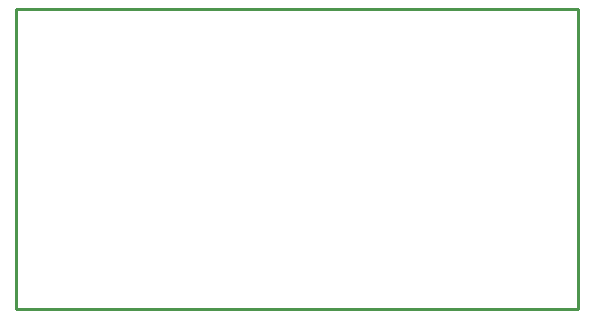
<source format=gbr>
G04 start of page 4 for group 2 idx 2 *
G04 Title: (unknown), outline *
G04 Creator: pcb 20140316 *
G04 CreationDate: Thu 30 Aug 2018 07:28:31 PM GMT UTC *
G04 For: railfan *
G04 Format: Gerber/RS-274X *
G04 PCB-Dimensions (mil): 1875.00 1000.00 *
G04 PCB-Coordinate-Origin: lower left *
%MOIN*%
%FSLAX25Y25*%
%LNOUTLINE*%
%ADD47C,0.0100*%
G54D47*X0Y100000D02*X187500D01*
Y0D01*
X0D01*
Y100000D01*
M02*

</source>
